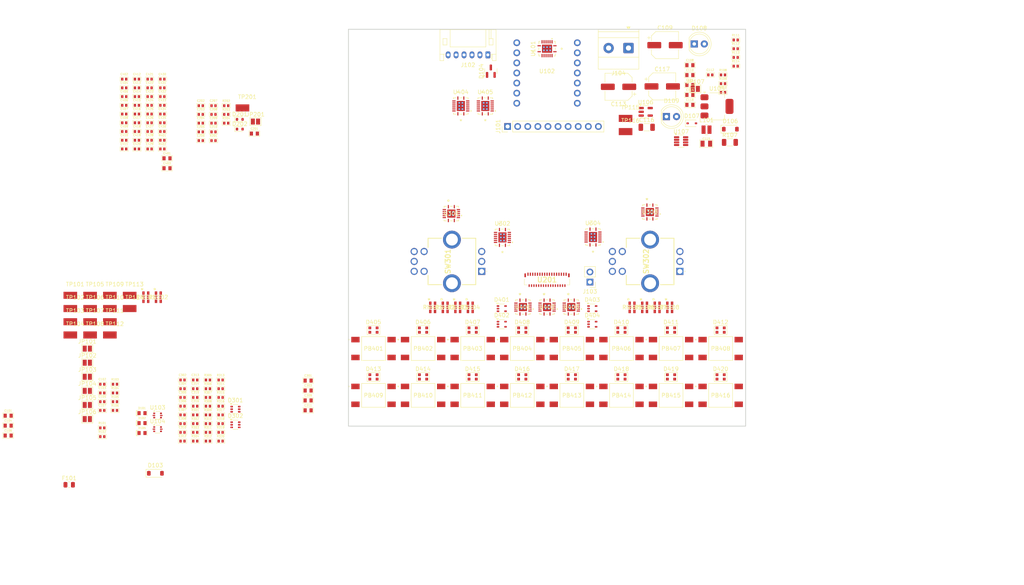
<source format=kicad_pcb>
(kicad_pcb (version 20241229) (generator "pcbnew") (generator_version "9.0")
  (layers (0 "F.Cu" signal) (2 "B.Cu" signal) (13 "F.Paste" user) (15 "B.Paste" user) (5 "F.SilkS" user "F.Silkscreen") (7 "B.SilkS" user "B.Silkscreen") (1 "F.Mask" user) (3 "B.Mask" user) (25 "Edge.Cuts" user))
  (net 0 "")
  (net 1 "/+5V")
  (net 2 "GND")
  (net 3 "/+3V3_SAMD")
  (net 4 "/+5V_SAMD")
  (net 5 "/+12_SENSE")
  (net 6 "+12V")
  (net 7 "Net-(D107-K)")
  (net 8 "/+14V")
  (net 9 "/+3V3_LCD")
  (net 10 "/+14V_LCD")
  (net 11 "Net-(U201-VDDL)")
  (net 12 "Net-(C209-Pad1)")
  (net 13 "/+5V_ENCODERS")
  (net 14 "Net-(C304-Pad1)")
  (net 15 "Net-(C305-Pad1)")
  (net 16 "Net-(C306-Pad1)")
  (net 17 "Net-(C307-Pad1)")
  (net 18 "Net-(C308-Pad1)")
  (net 19 "Net-(C312-Pad1)")
  (net 20 "Net-(C313-Pad1)")
  (net 21 "Net-(C314-Pad1)")
  (net 22 "Net-(C315-Pad1)")
  (net 23 "Net-(C316-Pad1)")
  (net 24 "/+5V_BUTTONS")
  (net 25 "/Push Buttons/~{PB1_T}")
  (net 26 "/Push Buttons/~{PB2_T}")
  (net 27 "/Push Buttons/~{PB3_T}")
  (net 28 "/Push Buttons/~{PB4_T}")
  (net 29 "/Push Buttons/~{PB5_T}")
  (net 30 "/Push Buttons/~{PB6_T}")
  (net 31 "/Push Buttons/~{PB7_T}")
  (net 32 "/Push Buttons/~{PB8_T}")
  (net 33 "/Push Buttons/~{PB9_T}")
  (net 34 "/Push Buttons/~{PB10_T}")
  (net 35 "/Push Buttons/~{PB11_T}")
  (net 36 "/Push Buttons/~{PB12_T}")
  (net 37 "/Push Buttons/~{PB13_T}")
  (net 38 "/Push Buttons/~{PB14_T}")
  (net 39 "/Push Buttons/~{PB15_T}")
  (net 40 "/Push Buttons/~{PB16_T}")
  (net 41 "/+5V_LEDS")
  (net 42 "Net-(D101-K)")
  (net 43 "Net-(D102-K)")
  (net 44 "Net-(D103-A)")
  (net 45 "/+5V_OUT_UART")
  (net 46 "Net-(D104-K)")
  (net 47 "Net-(D105-K)")
  (net 48 "Net-(D107-A)")
  (net 49 "Net-(D108-K)")
  (net 50 "Net-(D109-K)")
  (net 51 "Net-(D201-K)")
  (net 52 "PRE")
  (net 53 "Net-(D301-K-Pad6)")
  (net 54 "Net-(D301-K-Pad1)")
  (net 55 "Net-(D301-K-Pad5)")
  (net 56 "Net-(D301-K-Pad4)")
  (net 57 "Net-(D301-K-Pad3)")
  (net 58 "Net-(D302-K-Pad4)")
  (net 59 "Net-(D302-K-Pad5)")
  (net 60 "Net-(D302-K-Pad3)")
  (net 61 "Net-(D302-K-Pad6)")
  (net 62 "Net-(D302-K-Pad1)")
  (net 63 "/Push Buttons/~{PB2}")
  (net 64 "/Push Buttons/~{PB1}")
  (net 65 "/Push Buttons/~{PB4}")
  (net 66 "/Push Buttons/~{PB3}")
  (net 67 "/Push Buttons/~{PB7}")
  (net 68 "/Push Buttons/~{PB8}")
  (net 69 "/Push Buttons/~{PB5}")
  (net 70 "/Push Buttons/~{PB6}")
  (net 71 "/Push Buttons/~{PB10}")
  (net 72 "/Push Buttons/~{PB11}")
  (net 73 "/Push Buttons/~{PB9}")
  (net 74 "/Push Buttons/~{PB12}")
  (net 75 "/Push Buttons/~{PB16}")
  (net 76 "/Push Buttons/~{PB13}")
  (net 77 "/Push Buttons/~{PB14}")
  (net 78 "/Push Buttons/~{PB15}")
  (net 79 "Net-(D405-DOUT)")
  (net 80 "Net-(D405-DIN)")
  (net 81 "Net-(D406-DOUT)")
  (net 82 "Net-(D407-DOUT)")
  (net 83 "Net-(D408-DOUT)")
  (net 84 "Net-(D409-DOUT)")
  (net 85 "Net-(D410-DOUT)")
  (net 86 "Net-(D411-DOUT)")
  (net 87 "Net-(D412-DOUT)")
  (net 88 "Net-(D413-DOUT)")
  (net 89 "Net-(D414-DOUT)")
  (net 90 "Net-(D415-DOUT)")
  (net 91 "Net-(D416-DOUT)")
  (net 92 "Net-(D417-DOUT)")
  (net 93 "Net-(D418-DOUT)")
  (net 94 "Net-(D419-DOUT)")
  (net 95 "Net-(D420-DOUT)")
  (net 96 "Net-(J102-Pin_6)")
  (net 97 "/SAMD_A0_3V3")
  (net 98 "/SAMD_MISO")
  (net 99 "/SAMD_LED_3V3")
  (net 100 "/SAMD_SCLK")
  (net 101 "/SAMD_LOAD")
  (net 102 "Net-(J101-Pin_2)")
  (net 103 "Net-(J101-Pin_9)")
  (net 104 "Net-(J101-Pin_1)")
  (net 105 "/SAMD_MOSI")
  (net 106 "/SAMD_RX_3V3")
  (net 107 "/SAMD_TX_3V3")
  (net 108 "/SAMD_SCL_3V3")
  (net 109 "/SAMD_SDA_3V3")
  (net 110 "/SAMD_RESET_3V3")
  (net 111 "/+3V3")
  (net 112 "Net-(JP107-B)")
  (net 113 "Net-(JP201-B)")
  (net 114 "Net-(U106-FB)")
  (net 115 "/LCD Screen/~{CS}")
  (net 116 "/SAMD_LOAD_3V3")
  (net 119 "/SAMD_MOSI_3V3")
  (net 121 "/SAMD_SCLK_3V3")
  (net 122 "/SAMD_MISO_3V3")
  (net 130 "Net-(U302-A)")
  (net 132 "Net-(U302-D)")
  (net 133 "Net-(U302-C)")
  (net 134 "Net-(U302-B)")
  (net 136 "Net-(U302-E)")
  (net 137 "Net-(U302-QH)")
  (net 138 "/Left & Right Encoders/PISO_SERIAL_IN")
  (net 140 "Net-(U304-B)")
  (net 143 "Net-(U304-D)")
  (net 144 "Net-(U304-A)")
  (net 145 "Net-(U304-E)")
  (net 146 "Net-(U304-C)")
  (net 147 "/Left & Right Encoders/PISO_SERIAL_OUT")
  (net 149 "/Push Buttons/PB6")
  (net 150 "/Push Buttons/PB3")
  (net 151 "/Push Buttons/PB1")
  (net 152 "/Push Buttons/PB2")
  (net 153 "/Push Buttons/PB4")
  (net 154 "/Push Buttons/PB5")
  (net 155 "/Push Buttons/PB10")
  (net 156 "/Push Buttons/PB11")
  (net 157 "/Push Buttons/PB9")
  (net 158 "/Push Buttons/PB7")
  (net 159 "/Push Buttons/PB8")
  (net 160 "/Push Buttons/PB12")
  (net 162 "/Push Buttons/PB14")
  (net 163 "/Push Buttons/PB16")
  (net 165 "/Push Buttons/PB13")
  (net 166 "/Push Buttons/PB15")
  (net 170 "Net-(U404-QH)")
  (net 172 "Net-(SW301-PadMH1)")
  (net 173 "Net-(SW302-PadMH1)")
  (footprint "Libraries:Worthington_R_0402" (layer "F.Cu") (at -35.375 92.775)
    (property "Reference" "R307")
    (property "Value" "1k")
  )
  (footprint "Libraries:Worthington_C_0603" (layer "F.Cu") (at 85.96 9.045)
    (property "Reference" "C108")
    (property "Value" "22uF")
  )
  (footprint "Libraries:Worthington_R_0402" (layer "F.Cu") (at -58.775 91.645)
    (property "Reference" "R104")
    (property "Value" "1k")
  )
  (footprint "Libraries:Worthington_C_0603" (layer "F.Cu") (at -10.155 96.025)
    (property "Reference" "C311")
    (property "Value" "22u")
  )
  (footprint "Libraries:Worthington_C_0603" (layer "F.Cu") (at -10.155 91.025)
    (property "Reference" "C303")
    (property "Value" "22u")
  )
  (footprint "Libraries:RES_ARRAY_4RES_0804" (layer "F.Cu") (at 77.718 70.0713)
    (property "Reference" "RN407")
    (property "Value" "4k7")
  )
  (footprint "Libraries:SW_TS04-66-95-BK-260-SMT" (layer "F.Cu") (at 68.735715 80.45)
    (property "Reference" "PB406")
    (property "Value" "TS04-66-95-BK-260-SMT")
  )
  (footprint "Libraries:Worthington_C_0402" (layer "F.Cu") (at -56.455 12.565)
    (property "Reference" "C402")
    (property "Value" "100nF")
  )
  (footprint "Libraries:RGY16_2P55X2P05" (layer "F.Cu") (at 38.767001 52.45)
    (property "Reference" "U302")
    (property "Value" "SN74LV165ARGYR")
  )
  (footprint "LED_THT:LED_D5.0mm" (layer "F.Cu") (at 87.06 3.7)
    (property "Reference" "D108")
    (property "Value" "Green")
  )
  (footprint "Libraries:Worthington_C_0402" (layer "F.Cu") (at -53.255 12.565)
    (property "Reference" "C412")
    (property "Value" "100nF")
  )
  (footprint "Connector_JST:JST_PH_S6B-PH-K_1x06_P2.00mm_Horizontal" (layer "F.Cu") (at 35.1 6.449999 180)
    (property "Reference" "J102")
    (property "Value" "JST-PH UART/I2C")
  )
  (footprint "Libraries:SW_TS04-66-95-BK-260-SMT" (layer "F.Cu") (at 56.25 80.45)
    (property "Reference" "PB405")
    (property "Value" "TS04-66-95-BK-260-SMT")
  )
  (footprint "Libraries:KEYSTONE_5017" (layer "F.Cu") (at -55.085 70.37)
    (property "Reference" "TP114")
    (property "Value" "TestPoint_Flag")
  )
  (footprint "Jumper:SolderJumper-2_P1.3mm_Open_Pad1.0x1.5mm" (layer "F.Cu") (at -65.75 84.02)
    (property "Reference" "JP102")
    (property "Value" "Jumper_2_Small_Open")
  )
  (footprint "Libraries:RGY14_2P05X2P05" (layer "F.Cu") (at 75.8937 46.049999)
    (property "Reference" "U303")
    (property "Value" "SN74AHC14RGYR")
  )
  (footprint "Libraries:Worthington_C_0402" (layer "F.Cu") (at -53.255 23.565)
    (property "Reference" "C417")
    (property "Value" "100nF")
  )
  (footprint "Libraries:RES_ARRAY_4RES_0804" (layer "F.Cu") (at 24.359 70.0713)
    (property "Reference" "RN402")
    (property "Value" "4k7")
  )
  (footprint "Libraries:Worthington_C_0402" (layer "F.Cu") (at -53.255 21.365)
    (property "Reference" "C416")
    (property "Value" "100nF")
  )
  (footprint "Libraries:KEYSTONE_5017" (layer "F.Cu") (at -70.025 73.7)
    (property "Reference" "TP103")
    (property "Value" "TestPoint_Flag")
  )
  (footprint "Libraries:KEYSTONE_5017" (layer "F.Cu") (at -70.025 67.04)
    (property "Reference" "TP101")
    (property "Value" "TestPoint_Flag")
  )
  (footprint "Package_TO_SOT_SMD:SOT-23-5" (layer "F.Cu") (at 74.8375 20.8)
    (property "Reference" "U106")
    (property "Value" "AP3012")
  )
  (footprint "Package_TO_SOT_SMD:SOT-666" (layer "F.Cu") (at -48.05 97.315)
    (property "Reference" "U103")
    (property "Value" "USBLC6-2SC6")
  )
  (footprint "Libraries:Worthington_C_0402" (layer "F.Cu") (at -37.175 25.855)
    (property "Reference" "C205")
    (property "Value" "100n")
  )
  (footprint "Libraries:Worthington_C_0402" (layer "F.Cu") (at -46.855 21.365)
    (property "Reference" "C434")
    (property "Value" "0402")
  )
  (footprint "Libraries:Worthington_R_0402" (layer "F.Cu") (at -32.175 101.575)
    (property "Reference" "R319")
    (property "Value" "1k")
  )
  (footprint "Libraries:Worthington_C_0402" (layer "F.Cu") (at -41.775 88.375)
    (property "Reference" "C302")
    (property "Value" "100nF")
  )
  (footprint "Libraries:Worthington_C_0402" (layer "F.Cu") (at -41.775 99.375)
    (property "Reference" "C308")
    (property "Value" "100nF")
  )
  (footprint "Libraries:Worthington_C_0603" (layer "F.Cu") (at -45.685 35.015)
    (property "Reference" "C403")
    (property "Value" "22uF")
  )
  (footprint "Libraries:Worthington_R_0402" (layer "F.Cu") (at 94.3 13.7)
    (property "Reference" "R109")
    (property "Value" "82k")
  )
  (footprint "Libraries:KEYSTONE_5017" (layer "F.Cu") (at -55.085 67.04)
    (property "Reference" "TP113")
    (property "Value" "TestPoint_Flag")
  )
  (footprint "Libraries:Worthington_C_0402" (layer "F.Cu") (at -41.775 92.775)
    (property "Reference" "C305")
    (property "Value" "100nF")
  )
  (footprint "Libraries:LED_WS2812B-2020_PLCC4_2.0x2.0mm" (layer "F.Cu") (at 68.728571 75.8)
    (property "Reference" "D410")
    (property "Value" "WS2812B")
  )
  (footprint "Libraries:Worthington_C_0402" (layer "F.Cu") (at -61.975 96.045)
    (property "Reference" "C107")
    (property "Value" "100nF")
  )
  (footprint "Libraries:Worthington_C_0603" (layer "F.Cu") (at -85.675 102.375)
    (property "Reference" "C106")
    (property "Value" "22uF")
  )
  (footprint "Libraries:KEYSTONE_5017" (layer "F.Cu") (at -60.065 67.04)
    (property "Reference" "TP109")
    (property "Value" "TestPoint_Flag")
  )
  (footprint "Package_TO_SOT_SMD:SOT-223-3_TabPin2" (layer "F.Cu") (at 92.785 19.435)
    (property "Reference" "U105")
    (property "Value" "AZ1117-5.0")
  )
  (footprint "Libraries:RGY14_2P05X2P05" (layer "F.Cu") (at 56.099998 70)
    (property "Reference" "U403")
    (property "Value" "SN74AHC14RGYR")
  )
  (footprint "Libraries:Worthington_C_0603" (layer "F.Cu") (at -10.155 93.525)
    (property "Reference" "C309")
    (property "Value" "22uF")
  )
  (footprint "Libraries:Worthington_C_0402" (layer "F.Cu") (at -37.175 23.655)
    (property "Reference" "C204")
    (property "Value" "100n")
  )
  (footprint "Package_TO_SOT_SMD:SOT-363_SC-70-6" (layer "F.Cu") (at -28.45 99.66)
    (property "Reference" "D302")
    (property "Value" "SP0505BAJT")
  )
  (footprint "Libraries:Worthington_C_0603" (layer "F.Cu") (at -85.675 99.875)
    (property "Reference" "C104")
    (property "Value" "22uF")
  )
  (footprint "Libraries:KEYSTONE_5017" (layer "F.Cu") (at 69.7725 22.455)
    (property "Reference" "TP115")
    (property "Value" "TestPoint_Flag")
  )
  (footprint "Libraries:KEYSTONE_5017" (layer "F.Cu") (at -65.045 73.7)
    (property "Reference" "TP107")
    (property "Value" "TestPoint_Flag")
  )
  (footprint "Libraries:Worthington_R_0402" (layer "F.Cu") (at -46.855 30.165)
    (property "Reference" "R402")
    (property "Value" "220Ω")
  )
  (footprint "Libraries:Worthington_R_0402" (layer "F.Cu") (at -58.775 89.445)
    (property "Reference" "R103")
    (property "Value" "4k7")
  )
  (footprint "Libraries:SW_TS04-66-95-BK-260-SMT" (layer "F.Cu") (at 43.764286 80.45)
    (property "Reference" "PB404")
    (property "Value" "TS04-66-95-BK-260-SMT")
  )
  (footprint "Connector_PinHeader_2.54mm:PinHeader_1x10_P2.54mm_Vertical" (layer "F.Cu") (at 40.07 24.5 90)
    (property "Reference" "J101")
    (property "Value" "2.54mm")
  )
  (footprint "Libraries:Worthington_R_0402" (layer "F.Cu") (at -33.975 28.055)
    (property "Reference" "R201")
    (property "Value" "10k")
  )
  (footprint "Libraries:Worthington_C_0402" (layer "F.Cu") (at -53.255 19.165)
    (property "Reference" "C415")
    (property "Value" "100nF")
  )
  (footprint "Libraries:CFAL12836A0-088" (layer "F.Cu") (at 49.999998 64.399998 180)
    (property "Reference" "U201")
    (property "Value" "CFAL12836A0" (hide yes))
  )
  (footprint "Libraries:LED_WS2812B-2020_PLCC4_2.0x2.0mm" (layer "F.Cu") (at 56.242857 75.8)
    (property "Reference" "D409")
    (property "Value" "WS2812B")
  )
  (footprint "Libraries:Worthington_R_0402" (layer "F.Cu") (at -58.775 96.045)
    (property "Reference" "R106")
    (property "Value" "1k")
  )
  (footprint "Libraries:Worthington_C_0402" (layer "F.Cu") (at -53.255 14.765)
    (property "Reference" "C413")
    (property "Value" "100nF")
  )
  (footprint "Libraries:Worthington_C_0402" (layer "F.Cu") (at -38.575 92.775)
    (property "Reference" "C315")
    (property "Value" "100nF")
  )
  (footprint "Libraries:Worthington_C_0402" (layer "F.Cu") (at -50.055 21.365)
    (property "Reference" "C425")
    (property "Value" "0402")
  )
  (footprint "Libraries:Worthington_R_0402" (layer "F.Cu") (at -38.575 97.175)
    (property "Reference" "R301")
    (property "Value" "10k")
  )
  (footprint "Diode_SMD:D_SOD-123" (layer "F.Cu") (at -48.605 111.88)
    (property "Reference" "D103")
    (property "Value" "MBR0520")
  )
  (footprint "Libraries:KEYSTONE_5017" (layer "F.Cu") (at -65.045 67.04)
    (property "Reference" "TP105")
    (property "Value" "TestPoint_Flag")
  )
  (footprint "Libraries:Worthington_C_0603" (layer "F.Cu") (at 85.96 19.045)
    (property "Reference" "C118")
    (property "Value" "22uF")
  )
  (footprint "Libraries:KEYSTONE_5017" (layer "F.Cu") (at -60.065 70.37)
    (property "Reference" "TP110")
    (property "Value" "TestPoint_Flag")
  )
  (footprint "Libraries:Worthington_R_0402" (layer "F.Cu") (at -32.175 92.775)
    (property "Reference" "R315")
    (property "Value" "10k")
  )
  (footprint "Libraries:Worthington_R_0402" (layer "F.Cu") (at 97.5 4.9)
    (property "Reference" "R112")
    (property "Value" "3k3")
  )
  (footprint "Libraries:LED_WS2812B-2020_PLCC4_2.0x2.0mm" (layer "F.Cu") (at 43.757143 75.8)
    (property "Reference" "D408")
    (property "Value" "WS2812B")
  )
  (footprint "Libraries:Worthington_R_0402" (layer "F.Cu") (at -38.575 99.375)
    (property "Reference" "R302")
    (property "Value" "10k")
  )
  (footprint "Jumper:SolderJumper-2_P1.3mm_Open_Pad1.0x1.5mm" (layer "F.Cu") (at -23.41 23.26)
    (property "Reference" "JP201")
    (property "Value" "Jumper_2_Small_Open")
  )
  (footprint "Libraries:RES_ARRAY_4RES_0804" (layer "F.Cu") (at 80.877 70.0713)
    (property "Reference" "RN408")
    (property "Value" "4k7")
  )
  (footprint "Libraries:Worthington_C_0402" (layer "F.Cu") (at -50.055 14.765)
    (property "Reference" "C422")
    (property "Value" "0402")
  )
  (footprint "Libraries:Worthington_C_0402" (layer "F.Cu") (at -53.255 30.165)
    (property "Reference" "C420")
    (property "Value" "100nF")
  )
  (footprint "Libraries:LED_WS2812B-2020_PLCC4_2.0x2.0mm" (layer "F.Cu") (at 18.785714 75.8)
    (property "Reference" "D406")
    (property "Value" "WS2812B")
  )
  (footprint "Libraries:Worthington_R_0402" (layer "F.Cu") (at -35.375 101.575)
    (property "Reference" "R311")
    (property "Value" "10k")
  )
  (footprint "Libraries:Worthington_C_0402" (layer "F.Cu") (at -53.255 27.965)
    (property "Reference" "C419")
    (property "Value" "100nF")
  )
  (footprint "Libraries:KEYSTONE_5017" (layer "F.Cu") (at -70.025 70.37)
    (property "Reference" "TP102")
    (property "Value" "TestPoint_Flag")
  )
  (footprint "Libraries:SW_TS04-66-95-BK-260-SMT" (layer "F.Cu") (at 31.278573 92.250001)
    (property "Reference" "PB411")
    (property "Value" "TS04-66-95-BK-260-SMT")
  )
  (footprint "Libraries:Worthington_C_0402" (layer "F.Cu") (at -38.575 88.375)
    (property "Reference" "C313")
    (property "Value" "100nF")
  )
  (footprint "Libraries:Worthington_C_0402" (layer "F.Cu") (at -56.455 23.565)
    (property "Reference" "C408")
    (property "Value" "100nF")
  )
  (footprint "Libraries:RES_ARRAY_4RES_0804" (layer "F.Cu") (at 21.2 70.0713)
    (property "Reference" "RN401")
    (property "Value" "4k7")
  )
  (footprint "Libraries:SW_TS04-66-95-BK-260-SMT" (layer "F.Cu") (at 6.307142 80.45)
    (property "Reference" "PB401")
    (property "Value" "TS04-66-95-BK-260-SMT")
  )
  (footprint "Libraries:RES_ARRAY_4RES_0804" (layer "F.Cu") (at 74.559 70.0713)
    (property "Reference" "RN406")
    (property "Value" "4k7")
  )
  (footprint "Libraries:RES_ARRAY_4RES_0804" (layer "F.Cu") (at -47.8565 67.5133)
    (property "Reference" "RN102")
    (property "Value" "10k")
  )
  (footprint "Resistor_SMD:R_1206_3216Metric" (layer "F.Cu") (at 96.0375 28.5)
    (property "Reference" "R107")
    (property "Value" "0.5Ω")
  )
  (footprint "Libraries:KEYSTONE_5017" (layer "F.Cu") (at -70.025 77.03)
    (property "Reference" "TP104")
    (property "Value" "TestPoint_Flag")
  )
  (footprint "Libraries:Worthington_C_0402" (layer "F.Cu") (at -41.775 101.575)
    (property "Reference" "C310")
    (property "Value" "100nF")
  )
  (footprint "Libraries:LED_WS2812B-2020_PLCC4_2.0x2.0mm" (layer "F.Cu") (at 81.214286 75.8)
    (property "Reference" "D411")
    (property "Value" "WS2812B")
  )
  (footprint "Libraries:Worthington_C_0402" (layer "F.Cu") (at -53.255 25.765)
    (property "Reference" "C418")
    (property "Value" "100nF")
  )
  (footprint "Libraries:Worthington_C_0402" (layer "F.Cu") (at -46.855 25.765)
    (property "Reference" "C436")
    (property "Value" "0402")
  )
  (footprint "Libraries:SRN2010BTA-100M" (layer "F.Cu") (at 90.15 25.3)
    (property "Reference" "L101")
    (property "Value" "10uH, 750mA")
  )
  (footprint "Libraries:RGY16_2P55X2P05" (layer "F.Cu") (at 28.29586 19.325)
    (property "Reference" "U404")
    (property "Value" "SN74LV165ARGYR")
  )
  (footprint "Libraries:Worthington_C_0402" (layer "F.Cu") (at -41.775 90.575)
    (property "Reference" "C304")
    (property "Value" "100nF")
  )
  (footprint "Libraries:Worthington_C_0402" (layer "F.Cu") (at -37.175 21.455)
    (property "Reference" "C203")
    (property "Value" "100n")
  )
  (footprint "Libraries:Worthington_R_0402" (layer "F.Cu") (at 97.5 2.7)
    (property "Reference" "R111")
    (property "Value" "1k")
  )
  (footprint "Libraries:Worthington_C_0603" (layer "F.Cu") (at -10.155 88.525)
    (property "Reference" "C301")
    (property "Value" "22uF")
  )
  (footprint "Libraries:Py_QT_SAMD21_THT" (layer "F.Cu") (at 50 11.055)
    (property "Reference" "U102")
    (property "Value" "QTPy SAMD21")
  )
  (footprint "Libraries:Worthington_R_0402" (layer "F.Cu") (at 97.5 7.1)
    (property "Reference" "R113")
    (property "Value" "4k7")
  )
  (footprint "Libraries:Worthington_C_0402" (layer "F.Cu") (at -37.175 28.055)
    (property "Reference" "C206")
    (property "Value" "4u7")
  )
  (footprint "Libraries:RGY16_2P55X2P05" (layer "F.Cu") (at 61.567001 52.35)
    (property "Reference" "U304")
    (property "Value" "SN74LV165ARGYR")
  )
  (footprint "Libraries:Worthington_LED_0603" (layer "F.Cu") (at -51.975 96.735)
    (property "Reference" "D101")
    (property "Value" "Red")
  )
  (footprint "Libraries:Worthington_R_0402" (layer "F.Cu") (at -35.375 88.375)
    (property "Reference" "R305")
    (property "Value" "10k")
  )
  (footprint "Libraries:Worthington_C_0402" (layer "F.Cu") (at -46.855 23.565)
    (property "Reference" "C435")
    (property "Value" "0402")
  )
  (footprint "Libraries:Worthington_C_0402" (layer "F.Cu") (at -53.255 16.965)
    (property "Reference" "C414")
    (property "Value" "100nF")
  )
  (footprint "Libraries:LED_WS2812B-2020_PLCC4_2.0x2.0mm" (layer "F.Cu") (at 18.785714 87.6)
    (property "Reference" "D414")
    (property "Value" "WS2812B")
  )
  (footprint "Libraries:PEC11D4120FH0015" (layer "F.Cu") (at 83.45 61 90)
    (property "Reference" "SW302")
    (property "Value" "PEC11D-4120F" (hide yes))
  )
  (footprint "Jumper:SolderJumper-2_P1.3mm_Open_Pad1.0x1.5mm" (layer "F.Cu") (at -65.75 87.57)
    (property "Reference" "JP103")
    (property "Value" "Jumper_2_Small_Open")
  )
  (footprint "Libraries:Worthington_C_0603" (layer "F.Cu") (at -85.675 97.375)
    (property "Reference" "C101")
    (property "Value" "22uF")
  )
  (footprint "Libraries:Worthington_R_0402" (layer "F.Cu") (at -35.375 99.375)
    (property "Reference" "R310")
    (property "Value" "1k")
  )
  (footprint "Libraries:Worthington_C_0402" (layer "F.Cu") (at -46.855 14.765)
    (property "Reference" "C431")
    (property "Value" "0402")
  )
  (footprint "Libraries:KEYSTONE_5017" (layer "F.Cu") (at 69.7725 25.785)
    (property "Reference" "TP116")
    (property "Value" "TestPoint_Flag")
  )
  (footprint "Libraries:Worthington_C_0402" (layer "F.Cu") (at -50.055 12.565)
    (property "Reference" "C421")
    (property "Value" "0402")
  )
  (footprint "Libraries:Worthington_C_0402" (layer "F.Cu") (at -41.775 94.975)
    (property "Reference" "C306")
    (property "Value" "100nF")
  )
  (footprint "Libraries:Worthington_R_0402" (layer "F.Cu") (at -32.175 99.375)
    (property "Reference" "R318")
    (property "Value" "1k")
  )
  (footprint "Libraries:SW_TS04-66-95-BK-260-SMT" (layer "F.Cu") (at 93.707144 80.45)
    (property "Reference" "PB408")
    (property "Value" "TS04-66-95-BK-260-SMT")
  )
  (footprint "Libraries:Worthington_R_0402" (layer "F.Cu") (at -58.775 93.845)
    (property "Reference" "R105")
    (property "Value" "4k7")
  )
  (footprint "Libraries:RES_ARRAY_4RES_0804" (layer "F.Cu") (at -51.0155 67.5133)
    (property "Reference" "RN101")
    (property "Value" "10k")
  )
  (footprint "Libraries:SW_TS04-66-95-BK-260-SMT" (layer "F.Cu") (at 6.307144 92.250001)
    (property "Reference" "PB409")
    (property "Value" "TS04-66-95-BK-260-SMT")
  )
  (footprint "Libraries:KEYSTONE_5017" (layer "F.Cu") (at -26.685 19.82)
    (property "Reference" "TP201")
    (property "Value" "TestPoint_Flag")
  )
  (footprint "Package_TO_SOT_SMD:SOT-666" (layer "F.Cu") (at -48.05 100.77)
    (property "Reference" "U104")
    (property "Value" "USBLC6-2SC6")
  )
  (footprint "Libraries:Worthington_C_0402" (layer "F.Cu") (at -33.975 23.655)
    (property "Reference" "C209")
    (property "Value" "4u7")
  )
  (footprint "Libraries:Worthington_C_0402" (layer "F.Cu") (at -33.975 25.855)
    (property "Reference" "C210")
    (property "Value" "4u7")
  )
  (footprint "Libraries:Worthington_R_0402" (layer "F.Cu") (at 94.3 11.5)
    (property "Reference" "R108")
    (property "Value" "16")
  )
  (footprint "Libraries:Worthington_C_0402" (layer "F.Cu") (at -37.175 19.255)
    (property "Reference" "C202")
    (property "Value" "100n")
  )
  (footprint "Libraries:Worthington_R_0402" (layer "F.Cu") (at -32.175 90.575)
    (property "Reference" "R314")
    (property "Value" "10k")
  )
  (footprint "Libraries:LED_WS2812B-2020_PLCC4_2.0x2.0mm" (layer "F.Cu") (at 93.7 75.8)
    (property "Reference" "D412")
    (property "Value" "WS2812B")
  )
  (footprint "Libraries:Worthington_C_0402" (layer "F.Cu") (at -56.455 21.365)
    (property "Reference" "C407")
    (property "Value" "100nF")
  )
  (footprint "Libraries:Worthington_C_0603" (layer "F.Cu") (at -23.685 26.285)
    (property "Reference" "C201")
    (property "Value" "22u")
  )
  (footprint "Libraries:Worthington_C_0402" (layer "F.Cu") (at -56.455 19.165)
    (property "Reference" "C406")
    (property "Value" "100nF")
  )
  (footprint "Libraries:Worthington_C_0402" (layer "F.Cu") (at 91.1 11.5)
    (property "Reference" "C112")
    (property "Value" "100nF")
  )
  (footprint "Diode_SMD:D_SOD-523" (layer "F.Cu") (at -27.355 25.16)
    (property "Reference" "D202")
    (property "Value" "1N4148X-TP")
  )
  (footprint "Libraries:Worthington_R_0402" (layer "F.Cu") (at -38.575 101.575)
    (property "Reference" "R303")
    (property "Value" "10k")
  )
  (footprint "Diode_SMD:D_SOD-123" (layer "F.Cu") (at 96.1525 25.17)
    (property "Reference" "D106")
    (property "Value" "MBR0520")
  )
  (footprint "Libraries:Worthington_C_0402" (layer "F.Cu") (at -50.055 30.165)
    (property "Reference" "C429")
    (property "Value" "0402")
  )
  (footprint "Libraries:Worthington_R_0402" (layer "F.Cu") (at -32.175 94.975)
    (property "Reference" "R316")
    (property "Value" "10k")
  )
  (footprint "Libraries:LED_WS2812B-2020_PLCC4_2.0x2.0mm" (layer "F.Cu") (at 68.728571 87.6)
    (property "Reference" "D418")
    (property "Value" "WS2812B")
  )
  (footprint "Libraries:Worthington_C_0402" (layer "F.Cu") (at -61.975 93.845)
    (property "Reference" "C105")
    (property "Value" "100nF")
  )
  (footprint "Libraries:Worthington_R_0402" (layer "F.Cu") (at -35.375 97.175)
    (property "Reference" "R309")
    (property "Value" "1k")
  )
  (footprint "Jumper:SolderJumper-2_P1.3mm_Open_Pad1.0x1.5mm" (layer "F.Cu") (at -65.75 80.47)
    (property "Reference" "JP101")
    (property "Value" "Jumper_2_Small_Open")
  )
  (footprint "Libraries:Worthington_R_0402" (layer "F.Cu") (at -30.775 19.255)
    (property "Reference" "R202")
    (property "Value" "10k")
  )
  (footprint "Libraries:Worthington_R_0402" (layer "F.Cu") (at -35.375 90.575)
    (property "Reference" "R306")
    (property "Value" "10k")
  )
  (footprint "Libraries:KEYSTONE_5017" (layer "F.Cu") (at -60.065 73.7)
    (property "Reference" "TP111")
    (property "Value" "TestPoint_Flag")
  )
  (footprint "Libraries:Worthington_C_0402" (layer "F.Cu") (at -46.855 16.965)
    (property "Reference" "C432")
    (property "Value" "0402")
  )
  (footprint "Libraries:Worthington_C_0402" (layer "F.Cu") (at -56.455 25.765)
    (property "Reference" "C409")
    (property "Value" "100nF")
  )
  (footprint "Package_TO_SOT_SMD:SOT-353_SC-70-5" (layer "F.Cu") (at 38.6 74.325)
    (property "Reference" "D402")
    (property "Value" "SP0504BAJT")
  )
  (footprint "Libraries:Worthington_C_0402" (layer "F.Cu") (at -50.055 19.165)
    (property "Reference" "C424")
    (property "Value" "0402")
  )
  (footprint "Libraries:Worthington_C_0603" (layer "F.Cu") (at 85.96 11.545)
    (property "Reference" "C110")
    (property "Value" "22uF")
  )
  (footprint "LED_THT:LED_D5.0mm" (layer "F.Cu") (at 80.06 22)
    (property "Reference" "D109")
    (property "Value" "Green")
  )
  (footprint "Libraries:LED_WS2812B-2020_PLCC4_2.0x2.0mm" (layer "F.Cu") (at 31.271429 75.8)
    (property "Reference" "D407")
    (property "Value" "WS2812B")
  )
  (footprint "Libraries:Worthington_R_0402" (layer "F.Cu") (at -35.375 94.975)
    (property "Reference" "R308")
    (property "Value" "1k")
  )
  (footprint "Libraries:Worthington_R_0402" (layer "F.Cu") (at -30.775 23.655)
    (property "Reference" "R204")
    (property "Value" "10k")
  )
  (footprint "Libraries:Worthington_C_0402" (layer "F.Cu") (at -46.855 12.565)
    (property "Reference" "C430")
    (property "Value" "0402")
  )
  (footprint "Libraries:LED_WS2812B-2020_PLCC4_2.0x2.0mm" (layer "F.Cu") (at 31.271429 87.6)
    (property "Reference" "D415")
    (property "Value" "WS2812B")
  )
  (footprint "Libraries:SW_TS04-66-95-BK-260-SMT" (layer "F.Cu") (at 43.764287 92.250001)
    (property "Reference" "PB412")
    (property "Value" "TS04-66-95-BK-260-SMT")
  )
  (footprint "Libraries:RGY14_2P05X2P05" (layer "F.Cu") (at 49.999998 70)
    (property "Reference" "U402")
    (property "Value" "SN74AHC14RGYR")
  )
  (footprint "Diode_SMD:D_SOD-523" (layer "F.Cu") (at -27.355 22.71)
    (property "Reference" "D201")
    (property "Value" "1N4148X-TP")
  )
  (footprint "Fuse:Fuse_0805_2012Metric" (layer "F.Cu") (at -70.31 114.77)
    (property "Reference" "F101")
    (property "Value" "MINISMDC050-02")
  )
  (footprint "Libraries:Worthington_R_0402" (layer "F.Cu") (at -61.975 100.445)
    (property "Reference" "R101")
    (property "Value" "1k")
  )
  (footprint "Libraries:Worthington_R_0402" (layer "F.Cu") (at -32.175 88.375)
    (property "Reference" "R313")
    (property "Value" "10k")
  )
  (footprint "Libraries:SW_TS04-66-95-BK-260-SMT" (layer "F.Cu") (at 93.707144 92.250001)
    (property "Reference" "PB416")
    (property "Value" "TS04-66-95-BK-260-SMT")
  )
  (footprint "Libraries:SW_TS04-66-95-BK-260-SMT" (layer "F.Cu") (at 31.278571 80.45)
    (property "Reference" "PB403")
    (property "Value" "TS04-66-95-BK-260-SMT")
  )
  (footprint "Libraries:LED_WS2812B-2020_PLCC4_2.0x2.0mm" (layer "F.Cu") (at 81.214286 87.6)
    (property "Reference" "D419")
    (property "Value" "WS2812B")
  )
  (footprint "Libraries:Worthington_C_0402" (layer "F.Cu") (at -56.455 16.965)
    (property "Reference" "C405")
    (property "Value" "100nF")
  )
  (footprint "Libraries:SW_TS04-66-95-BK-260-SMT" (layer "F.Cu") (at 56.250001 92.250001)
    (property "Reference" "PB413")
    (property "Value" "TS04-66-95-BK-260-SMT")
  )
  (footprint "Libraries:Worthington_C_0402" (layer "F.Cu") (at -41.775 103.775)
    (property "Reference" "C312")
    (property "Value" "100nF")
  )
  (footprint "Libraries:Worthington_C_0603" (layer "F.Cu") (at -45.685 32.515)
    (property "Reference" "C401")
    (property "Value" "22uF")
  )
  (footprint "Jumper:SolderJumper-2_P1.3mm_Open_Pad1.0x1.5mm" (layer "F.Cu") (at -65.75 98.22)
    (property "Reference" "JP106")
    (property "Value" "Jumper_2_Small_Open")
  )
  (footprint "Capacitor_SMD:CP_Elec_6.3x7.7" (layer "F.Cu") (at 79 14.4)
    (property "Reference" "C117")
    (property "Value" "220uF")
  )
  (footprint "Package_TO_SOT_SMD:SOT-353_SC-70-5" (layer "F.Cu") (at 38.6 70.4)
    (property "Reference" "D401")
    (property "Value" "SP0504BAJT")
  )
  (footprint "Libraries:Worthington_R_0402" (layer "F.Cu") (at -30.775 21.455)
    (property "Reference" "R203")
    (property "Value" "10k")
  )
  (footprint "Libraries:Worthington_R_0402" (layer "F.Cu") (at -38.575 103.775)
    (property "Reference" "R304")
    (property "Value" "10k")
  )
  (footprint "Libraries:Worthington_R_0402" (layer "F.Cu") (at 94.3 15.9)
    (property "Reference" "R110")
    (property "Value" "120k")
  )
  (footprint "Libraries:Worthington_C_0402" (layer "F.Cu") (at -56.455 27.965)
    (property "Reference" "C410")
    (property "Value" "100nF")
  )
  (footprint "Libraries:RES_ARRAY_4RES_0804" (layer "F.Cu") (at 27.518 70.0713)
    (property "Reference" "RN403")
    (property "Value" "4k7")
  )
  (footprint "Package_TO_SOT_SMD:SOT-353_SC-70-5" (layer "F.Cu") (at 61.4 74.325)
    (property "Reference" "D404")
    (property "Value" "SP0504BAJT")
  )
  (footprint "Package_TO_SOT_SMD:SOT-23-8" (layer "F.Cu") (at 83.7575 28.18)
    (property "Reference" "U107")
    (property "Value" "INA219AxDCN")
  )
  (footprint "Jumper:SolderJumper-2_P1.3mm_Open_Pad1.0x1.5mm" (layer "F.Cu") (at 87.325 15.025)
    (property "Reference" "JP107")
    (property "Value" "Jumper_2_Small_Open")
  )
  (footprint "Libraries:Worthington_C_0603" (layer "F.Cu") (at 85.96 16.545)
    (property "Reference" "C114")
    (property "Value" "22uF")
  )
  (footprint "Libraries:Worthington_C_0805" (layer "F.Cu") (at 90.1 28.825)
    (property "Reference" "C115")
    (property "Value" "1u")
  )
  (footprint "Libraries:RGY14_2P05X2P05" (layer "F.Cu") (at 43.930997 70)
    (property "Reference" "U401")
    (property "Value" "SN74AHC14RGYR")
  )
  (footprint "Libraries:Worthington_C_0402" (layer "F.Cu") (at -33.975 21.455)
    (property "Reference" "C208")
    (property "Value" "100n")
  )
  (footprint "Capacitor_SMD:CP_Elec_6.3x7.7" (layer "F.Cu") (at 79.7 4)
    (property "Reference" "C109")
    (property "Value" "220uF")
  )
  (footprint "Libraries:SW_TS04-66-95-BK-260-SMT" (layer "F.Cu") (at 18.792858 92.250001)
    (property "Reference" "PB410")
    (property "Value" "TS04-66-95-BK-260-SMT")
  )
  (footprint "Libraries:Worthington_C_0402" (layer "F.Cu") (at -56.455 30.165)
    (property "Reference" "C411")
    (property "Value" "100nF")
  )
  (footprint "Libraries:SW_TS04-66-95-BK-260-SMT" (layer "F.Cu") (at 81.221429 80.45)
    (property "Reference" "PB407")
    (property "Value" "TS04-66-95-BK-260-SMT")
  )
  (footprint "Libraries:Worthington_C_0402" (layer "F.Cu") (at -50.055 16.965)
    (property "Reference" "C423")
    (property "Value" "0402")
  )
  (footprint "Libraries:LED_WS2812B-2020_PLCC4_2.0x2.0mm" (layer "F.Cu") (at 43.757143 87.6)
    (property "Reference" "D416")
    (property "Value" "WS2812B")
  )
  (footprint "Diode_SMD:D_SOD-323" (layer "F.Cu") (at 86.45 23.7)
    (property "Reference" "D107")
    (property "Value" "B5817WS-TP")
  )
  (footprint "Libraries:SW_TS04-66-95-BK-260-SMT" (layer "F.Cu") (at 68.735715 92.250001)
    (property "Reference" "PB414")
    (property "Value" "TS04-66-95-BK-260-SMT")
  )
  (footprint "Libraries:Worthington_C_0402" (layer "F.Cu") (at -50.055 25.765)
    (property "Reference" "C427")
    (property "Value" "0402")
  )
  (footprint "Libraries:KEYSTONE_5017" (layer "F.Cu") (at -65.045 70.37)
    (property "Reference" "TP106")
    (property "Value" "TestPoint_Flag")
  )
  (footprint "Libraries:LED_WS2812B-2020_PLCC4_2.0x2.0mm" (layer "F.Cu") (at 56.242857 87.6)
    (property "Reference" "D417")
    (property "Value" "WS2812B")
  )
  (footprint "Libraries:Worthington_R_0402" (layer "F.Cu") (at -32.175 97.175)
    (property "Reference" "R317")
    (property "Value" "1k")
  )
  (footprint "Libraries:SW_TS04-66-95-BK-260-SMT" (layer "F.Cu") (at 18.792857 80.45)
    (property "Reference" "PB402")
    (property "Value" "TS04-66-95-BK-260-SMT")
  )
  (footprint "Libraries:Worthington_R_0402" (layer "F.Cu") (at -46.855 27.965)
    (property "Reference" "R401")
    (property "Value" "220Ω")
  )
  (footprint "Libraries:Worthington_C_0402" (layer "F.Cu") (at -50.055 23.565)
    (property "Reference" "C426")
    (property "Value" "0402")
  )
  (footprint "Libraries:RGY14_2P05X2P05" (layer "F.Cu") (at 25.9063 46.443699)
    (property "Reference" "U301")
    (property "Value" "SN74AHC14RGYR")
  )
  (footprint "Libraries:KEYSTONE_5017" (layer "F.Cu") (at -65.045 77.03)
    (property "Reference" "TP108")
    (property "Value" "TestPoint_Flag")
  )
  (footprint "Libraries:KEYSTONE_5017" (layer "F.Cu") (at -60.065 77.03)
    (property "Reference" "TP112")
    (property "Value" "TestPoint_Flag")
  )
  (footprint "Connector_PinHeader_2.54mm:PinHeader_1x02_P2.54mm_Vertical" (layer "F.Cu") (at 60.8 63.7 180)
    (property "Reference" "J103")
    (property "Value" "2.54mm")
  )
  (footprint "Libraries:Worthington_C_0402" (layer "F.Cu") (at -56.455 14.765)
    (property "Reference" "C404")
    (property "Value" "100nF")
  )
  (footprint "Package_TO_SOT_SMD:SOT-353_SC-70-5" (layer "F.Cu") (at 61.4 70.4)
    (property "Reference" "D403")
    (property "Value" "SP0504BAJT")
  )
  (footprint "Libraries:RES_ARRAY_4RES_0804" (layer "F.Cu") (at 30.677 70.0713)
    (property "Reference" "RN404")
    (property "Value" "4k7")
  )
  (footprint "Jumper:SolderJumper-2_P1.3mm_Open_Pad1.0x1.5mm" (layer "F.Cu") (at -65.75 94.67)
    (property "Reference" "JP105")
    (property "Value" "Jumper_2_Small_Open")
  )
  (footprint "Libraries:Worthington_C_0402" (layer "F.Cu") (at -33.975 19.255)
    (property "Reference" "C207")
    (property "Value" "4u7")
  )
  (footprint "Libraries:RGY16_2P55X2P05" (layer "F.Cu") (at 50 4.9 90)
    (property "Reference" "U101")
    (property "Value" "NXB0106BQX")
  )
  (footprint "Capacitor_SMD:C_1206_3216Metric" (layer "F.Cu") (at 75.0875 24.695)
    (property "Reference" "C116")
    (property "Value" "47u")
  )
  (footprint "Package_TO_SOT_SMD:SOT-23" (layer "F.Cu") (at 35.849999 10.562499 90)
    (property "Reference" "D104")
    (property "Value" "SBAV99LT1G")
  )
  (footprint "Libraries:Worthington_C_0402" (layer "F.Cu") (at -46.855 19.165)
    (property "Reference" "C433")
    (property "Value" "0402")
  )
  (footprint "Libraries:LED_WS2812B-2020_PLCC4_2.0x2.0mm" (layer "F.Cu") (at 93.7 87.6)
    (property "Reference" "D420")
    (property "Value" "WS2812B")
  )
  (footprint "Libraries:Worthington_C_0402" (layer "F.Cu") (at -61.975 91.645)
    (property "Reference" "C103")
    (property "Value" "100nF")
  )
  (footprint "TerminalBlock_Phoenix:TerminalBlock_Phoenix_MKDS-1,5-2_1x02_P5.00mm_Horizontal" (layer "F.Cu") (at 70.499999 4.727501 180)
    (property "Reference" "J104")
    (property "Value" "Screw_Terminal_01x02")
  )
  (footprint "Libraries:PEC11D4120FH0015" (layer "F.Cu") (at 33.55 60.999999 90)
    (property "Reference" "SW301")
    (property "Value" "PEC11D-4120F" (hide yes))
  )
  (footprint "Libraries:Worthington_R_0402" (layer "F.Cu") (at -32.175 103.775)
    (property "Reference" "R320")
    (property "Value" "1k")
  )
  (footprint "Libraries:SW_TS04-66-95-BK-260-SMT" (layer "F.Cu") (at 81.22143 92.250001)
    (property "Reference" "PB415")
    (property "Value" "TS04-66-95-BK-260-SMT")
  )
  (footprint "Libraries:Worthington_LED_0603" (layer "F.Cu") (at -51.975 101.735)
    (property "Reference" "D105")
    (property "Value" "Red")
  )
  (footprint "Libraries:Worthington_C_0402" (layer "F.Cu") (at -41.775 97.175)
    (property "Reference" "C307")
    (property "Value" "100nF")
  )
  (footprint "Libraries:RES_ARRAY_4RES_0804" (layer "F.Cu") (at 71.4 70.0713)
    (property "Reference" "RN405")
    (property "Value" "4k7")
  )
  (footprint "Libraries:Worthington_C_0402" (layer "F.Cu") (at -38.575 94.975)
    (property "Reference" "C316")
    (property "Value" "100nF")
  )
  (footprint "Libraries:RGY16_2P55X2P05" (layer "F.Cu") (at 34.450001 19.325)
    (property "Reference" "U405")
    (property "Value" "SN74LV165ARGYR")
  )
  (footprint "Libraries:Worthington_C_0402" (layer "F.Cu") (at -38.575 90.575)
    (property "Reference" "C314")
    (property "Value" "100nF")
  )
  (footprint "Package_TO_SOT_SMD:SOT-363_SC-70-6" (layer "F.Cu") (at -28.45 95.735)
    (property "Reference" "D301")
    (property "Value" "SP0505BAJT")
  )
  (footprint "Libraries:Worthington_C_0402" (layer "F.Cu") (at -61.975 89.445)
    (property "Reference" "C102")
    (property "Value" "100nF")
  )
  (footprint "Libraries:LED_WS2812B-2020_PLCC4_2.0x2.0mm" (layer "F.Cu") (at 6.3 75.8)
    (property "Reference" "D405")
    (property "Value" "WS2812B")
  )
  (footprint "Libraries:Worthington_R_0402" (layer "F.Cu") (at -61.975 102.645)
    (property "Reference" "R102")
    (property "Value" "1k")
  )
  (footprint "Libraries:Worthington_C_0402" (layer "F.Cu") (at -50.055 27.965)
    (property "Reference" "C428")
    (property "Value" "0402")
  )
  (footprint "Capacitor_SMD:CP_Elec_6.3x7.7" (layer "F.Cu") (at 68 14.5 180)
    (property "Reference" "C113")
    (property "Value" "220uF")
  )
  (footprint "Libraries:Worthington_R_0402" (layer "F.Cu") (at 97.5 9.3)
    (property "Reference" "R114")
    (property "Value" "4k7")
  )
  (footprint "Libraries:Worthington_C_0603" (layer "F.Cu") (at 85.96 14.045)
    (property "Reference" "C111")
    (property "Value" "22uF")
  )
  (footprint "Libraries:LED_WS2812B-2020_PLCC4_2.0x2.0mm" (layer "F.Cu") (at 6.3 87.6)
    (property "Reference" "D413")
    (property "Value" "WS2812B")
  )
  (footprint "Libraries:Worthington_LED_0603" (layer "F.Cu") (at -51.975 99.235)
    (property "Reference" "D102")
    (property "Value" "Red")
  )
  (footprint "Jumper:SolderJumper-2_P1.3mm_Open_Pad1.0x1.5mm" (layer "F.Cu") (at -65.75 91.12)
    (property "Reference" "JP104")
    (property "Value" "Jumper_2_Small_Open")
  )
  (footprint "Libraries:Worthington_R_0402" (layer "F.Cu") (at -35.375 103.775)
    (property "Reference" "R312")
    (property "Value" "10k")
  )
  (gr_rect (start 0 0) (end 100 100) (stroke (width 0.2)) (fill no) (layer "Edge.Cuts"))
)
</source>
